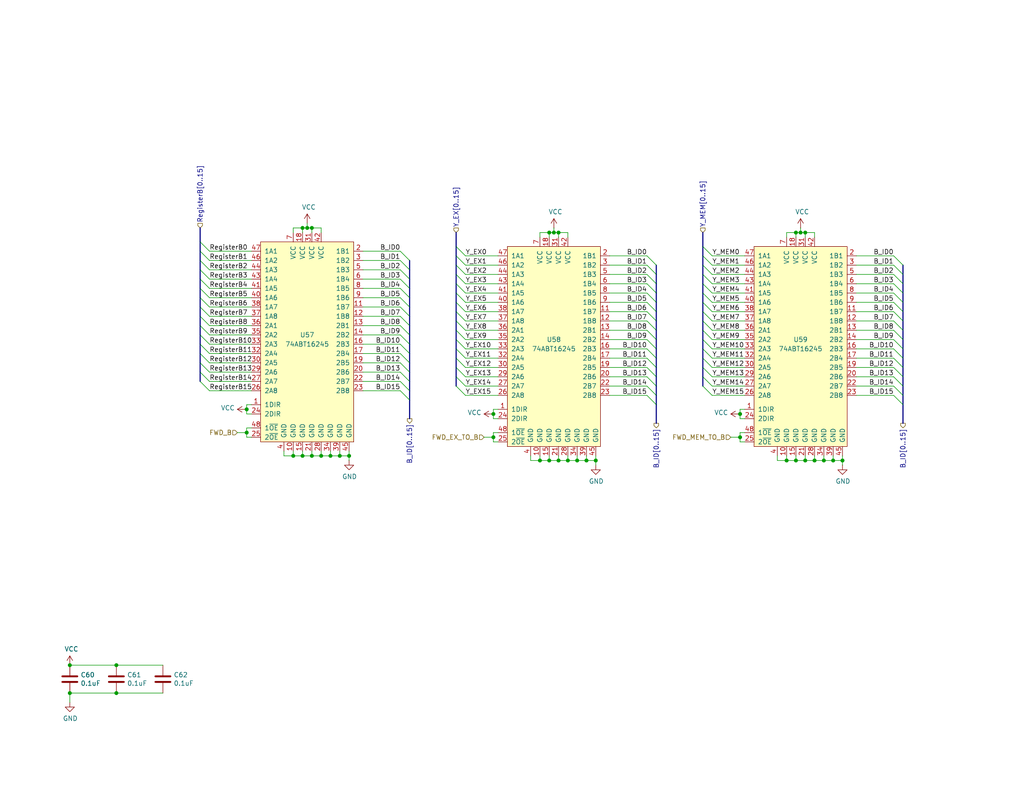
<source format=kicad_sch>
(kicad_sch (version 20250114) (generator "eeschema") (generator_version "9.0")
  (paper "USLetter")
  (title_block (date "2025-07-16") (rev "A"))
  (lib_symbols
    (symbol "Device:C" (pin_numbers (hide yes)) (pin_names (offset 0.254))
      (property "Reference" "C" (at 0.635 2.54 0))
      (property "Value" "C" (at 0.635 -2.54 0))
      (symbol "C_0_1"
        (polyline (pts (xy -2.032 0.762) (xy 2.032 0.762)) (stroke (width 0.508)))
        (polyline (pts (xy -2.032 -0.762) (xy 2.032 -0.762)) (stroke (width 0.508)))
      )
      (symbol "C_1_1"
        (pin passive line (at 0 3.81 270) (length 2.794) (name "~") (number "1"))
        (pin passive line (at 0 -3.81 90) (length 2.794) (name "~") (number "2"))
      )
    )
    (symbol "Turtle16:74ABT16245" (pin_names (offset 1.016))
      (property "Reference" "U" (at 0 1.27 0))
      (property "Value" "74ABT16245" (at 0 -1.27 0))
      (symbol "74ABT16245_0_1"
        (rectangle (start -12.7 26.67) (end 12.7 -27.94) (fill (type background)))
      )
      (symbol "74ABT16245_1_1"
        (pin tri_state line (at -15.24 24.13 0) (length 2.54) (name "1A1") (number "47"))
        (pin tri_state line (at -15.24 21.59 0) (length 2.54) (name "1A2") (number "46"))
        (pin tri_state line (at -15.24 19.05 0) (length 2.54) (name "1A3") (number "44"))
        (pin tri_state line (at -15.24 16.51 0) (length 2.54) (name "1A4") (number "43"))
        (pin tri_state line (at -15.24 13.97 0) (length 2.54) (name "1A5") (number "41"))
        (pin tri_state line (at -15.24 11.43 0) (length 2.54) (name "1A6") (number "40"))
        (pin tri_state line (at -15.24 8.89 0) (length 2.54) (name "1A7") (number "38"))
        (pin tri_state line (at -15.24 6.35 0) (length 2.54) (name "1A8") (number "37"))
        (pin tri_state line (at -15.24 3.81 0) (length 2.54) (name "2A1") (number "36"))
        (pin tri_state line (at -15.24 1.27 0) (length 2.54) (name "2A2") (number "35"))
        (pin tri_state line (at -15.24 -1.27 0) (length 2.54) (name "2A3") (number "33"))
        (pin tri_state line (at -15.24 -3.81 0) (length 2.54) (name "2A4") (number "32"))
        (pin tri_state line (at -15.24 -6.35 0) (length 2.54) (name "2A5") (number "30"))
        (pin tri_state line (at -15.24 -8.89 0) (length 2.54) (name "2A6") (number "29"))
        (pin tri_state line (at -15.24 -11.43 0) (length 2.54) (name "2A7") (number "27"))
        (pin tri_state line (at -15.24 -13.97 0) (length 2.54) (name "2A8") (number "26"))
        (pin input line (at -15.24 -17.78 0) (length 2.54) (name "1DIR") (number "1"))
        (pin input line (at -15.24 -20.32 0) (length 2.54) (name "2DIR") (number "24"))
        (pin input line (at -15.24 -24.13 0) (length 2.54) (name "1~{OE}") (number "48"))
        (pin input line (at -15.24 -26.67 0) (length 2.54) (name "2~{OE}") (number "25"))
        (pin power_in line (at -6.35 -30.48 90) (length 2.54) (name "GND") (number "4"))
        (pin power_in line (at -3.81 29.21 270) (length 2.54) (name "VCC") (number "7"))
        (pin power_in line (at -3.81 -30.48 90) (length 2.54) (name "GND") (number "10"))
        (pin power_in line (at -1.27 29.21 270) (length 2.54) (name "VCC") (number "18"))
        (pin power_in line (at -1.27 -30.48 90) (length 2.54) (name "GND") (number "15"))
        (pin power_in line (at 1.27 29.21 270) (length 2.54) (name "VCC") (number "31"))
        (pin power_in line (at 1.27 -30.48 90) (length 2.54) (name "GND") (number "21"))
        (pin power_in line (at 3.81 29.21 270) (length 2.54) (name "VCC") (number "42"))
        (pin power_in line (at 3.81 -30.48 90) (length 2.54) (name "GND") (number "28"))
        (pin power_in line (at 6.35 -30.48 90) (length 2.54) (name "GND") (number "34"))
        (pin power_in line (at 8.89 -30.48 90) (length 2.54) (name "GND") (number "39"))
        (pin power_in line (at 11.43 -30.48 90) (length 2.54) (name "GND") (number "45"))
        (pin tri_state line (at 15.24 24.13 180) (length 2.54) (name "1B1") (number "2"))
        (pin tri_state line (at 15.24 21.59 180) (length 2.54) (name "1B2") (number "3"))
        (pin tri_state line (at 15.24 19.05 180) (length 2.54) (name "1B3") (number "5"))
        (pin tri_state line (at 15.24 16.51 180) (length 2.54) (name "1B4") (number "6"))
        (pin tri_state line (at 15.24 13.97 180) (length 2.54) (name "1B5") (number "8"))
        (pin tri_state line (at 15.24 11.43 180) (length 2.54) (name "1B6") (number "9"))
        (pin tri_state line (at 15.24 8.89 180) (length 2.54) (name "1B7") (number "11"))
        (pin tri_state line (at 15.24 6.35 180) (length 2.54) (name "1B8") (number "12"))
        (pin tri_state line (at 15.24 3.81 180) (length 2.54) (name "2B1") (number "13"))
        (pin tri_state line (at 15.24 1.27 180) (length 2.54) (name "2B2") (number "14"))
        (pin tri_state line (at 15.24 -1.27 180) (length 2.54) (name "2B3") (number "16"))
        (pin tri_state line (at 15.24 -3.81 180) (length 2.54) (name "2B4") (number "17"))
        (pin tri_state line (at 15.24 -6.35 180) (length 2.54) (name "2B5") (number "19"))
        (pin tri_state line (at 15.24 -8.89 180) (length 2.54) (name "2B6") (number "20"))
        (pin tri_state line (at 15.24 -11.43 180) (length 2.54) (name "2B7") (number "22"))
        (pin tri_state line (at 15.24 -13.97 180) (length 2.54) (name "2B8") (number "23"))
      )
    )
    (symbol "power:GND" (power) (pin_numbers (hide yes)) (pin_names (offset 0) (hide yes))
      (property "Value" "GND" (at 0 -3.81 0))
      (symbol "GND_0_1"
        (polyline (pts (xy 0 0) (xy 0 -1.27) (xy 1.27 -1.27) (xy 0 -2.54) (xy -1.27 -1.27) (xy 0 -1.27)))
      )
      (symbol "GND_1_1"
        (pin power_in line (at 0 0 270) (length 0) (name "~") (number "1"))
      )
    )
    (symbol "power:VCC" (power) (pin_numbers (hide yes)) (pin_names (offset 0) (hide yes))
      (property "Value" "VCC" (at 0 3.556 0))
      (symbol "VCC_0_1"
        (polyline (pts (xy -0.762 1.27) (xy 0 2.54)))
        (polyline (pts (xy 0 2.54) (xy 0.762 1.27)))
        (polyline (pts (xy 0 0) (xy 0 2.54)))
      )
      (symbol "VCC_1_1"
        (pin power_in line (at 0 0 90) (length 0) (name "~") (number "1"))
      )
    )
  )
  (junction (at 67.31 118.11))
  (junction (at 222.25 125.73))
  (junction (at 31.75 189.23))
  (junction (at 229.87 125.73))
  (junction (at 147.32 125.73))
  (junction (at 85.09 124.46))
  (junction (at 157.48 125.73))
  (junction (at 80.01 124.46))
  (junction (at 95.25 124.46))
  (junction (at 152.4 125.73))
  (junction (at 154.94 125.73))
  (junction (at 217.17 63.5))
  (junction (at 149.86 63.5))
  (junction (at 214.63 125.73))
  (junction (at 151.13 63.5))
  (junction (at 219.71 125.73))
  (junction (at 224.79 125.73))
  (junction (at 90.17 124.46))
  (junction (at 201.93 113.03))
  (junction (at 92.71 124.46))
  (junction (at 149.86 125.73))
  (junction (at 217.17 125.73))
  (junction (at 67.31 111.76))
  (junction (at 162.56 125.73))
  (junction (at 82.55 124.46))
  (junction (at 82.55 62.23))
  (junction (at 201.93 119.38))
  (junction (at 134.62 113.03))
  (junction (at 218.44 63.5))
  (junction (at 134.62 119.38))
  (junction (at 219.71 63.5))
  (junction (at 85.09 62.23))
  (junction (at 87.63 124.46))
  (junction (at 31.75 181.61))
  (junction (at 19.05 181.61))
  (junction (at 227.33 125.73))
  (junction (at 152.4 63.5))
  (junction (at 83.82 62.23))
  (junction (at 19.05 189.23))
  (junction (at 160.02 125.73))
  (bus_entry (at 176.53 69.85) (size 2.54 2.54))
  (bus_entry (at 54.61 93.98) (size 2.54 2.54))
  (bus_entry (at 127 82.55) (size -2.54 -2.54))
  (bus_entry (at 54.61 68.58) (size 2.54 2.54))
  (bus_entry (at 109.22 106.68) (size 2.54 2.54))
  (bus_entry (at 54.61 99.06) (size 2.54 2.54))
  (bus_entry (at 243.84 74.93) (size 2.54 2.54))
  (bus_entry (at 194.31 77.47) (size -2.54 -2.54))
  (bus_entry (at 127 102.87) (size -2.54 -2.54))
  (bus_entry (at 176.53 90.17) (size 2.54 2.54))
  (bus_entry (at 243.84 87.63) (size 2.54 2.54))
  (bus_entry (at 243.84 69.85) (size 2.54 2.54))
  (bus_entry (at 194.31 74.93) (size -2.54 -2.54))
  (bus_entry (at 176.53 105.41) (size 2.54 2.54))
  (bus_entry (at 54.61 96.52) (size 2.54 2.54))
  (bus_entry (at 243.84 77.47) (size 2.54 2.54))
  (bus_entry (at 109.22 83.82) (size 2.54 2.54))
  (bus_entry (at 194.31 90.17) (size -2.54 -2.54))
  (bus_entry (at 127 85.09) (size -2.54 -2.54))
  (bus_entry (at 243.84 82.55) (size 2.54 2.54))
  (bus_entry (at 109.22 86.36) (size 2.54 2.54))
  (bus_entry (at 127 80.01) (size -2.54 -2.54))
  (bus_entry (at 194.31 85.09) (size -2.54 -2.54))
  (bus_entry (at 176.53 87.63) (size 2.54 2.54))
  (bus_entry (at 127 95.25) (size -2.54 -2.54))
  (bus_entry (at 109.22 71.12) (size 2.54 2.54))
  (bus_entry (at 54.61 71.12) (size 2.54 2.54))
  (bus_entry (at 243.84 95.25) (size 2.54 2.54))
  (bus_entry (at 194.31 87.63) (size -2.54 -2.54))
  (bus_entry (at 127 97.79) (size -2.54 -2.54))
  (bus_entry (at 194.31 95.25) (size -2.54 -2.54))
  (bus_entry (at 194.31 82.55) (size -2.54 -2.54))
  (bus_entry (at 127 92.71) (size -2.54 -2.54))
  (bus_entry (at 176.53 97.79) (size 2.54 2.54))
  (bus_entry (at 109.22 68.58) (size 2.54 2.54))
  (bus_entry (at 176.53 85.09) (size 2.54 2.54))
  (bus_entry (at 243.84 102.87) (size 2.54 2.54))
  (bus_entry (at 127 72.39) (size -2.54 -2.54))
  (bus_entry (at 243.84 97.79) (size 2.54 2.54))
  (bus_entry (at 127 69.85) (size -2.54 -2.54))
  (bus_entry (at 109.22 76.2) (size 2.54 2.54))
  (bus_entry (at 54.61 104.14) (size 2.54 2.54))
  (bus_entry (at 194.31 80.01) (size -2.54 -2.54))
  (bus_entry (at 109.22 78.74) (size 2.54 2.54))
  (bus_entry (at 243.84 107.95) (size 2.54 2.54))
  (bus_entry (at 243.84 72.39) (size 2.54 2.54))
  (bus_entry (at 194.31 107.95) (size -2.54 -2.54))
  (bus_entry (at 176.53 77.47) (size 2.54 2.54))
  (bus_entry (at 243.84 85.09) (size 2.54 2.54))
  (bus_entry (at 176.53 92.71) (size 2.54 2.54))
  (bus_entry (at 194.31 69.85) (size -2.54 -2.54))
  (bus_entry (at 194.31 100.33) (size -2.54 -2.54))
  (bus_entry (at 194.31 102.87) (size -2.54 -2.54))
  (bus_entry (at 127 77.47) (size -2.54 -2.54))
  (bus_entry (at 194.31 105.41) (size -2.54 -2.54))
  (bus_entry (at 109.22 93.98) (size 2.54 2.54))
  (bus_entry (at 109.22 101.6) (size 2.54 2.54))
  (bus_entry (at 109.22 73.66) (size 2.54 2.54))
  (bus_entry (at 243.84 92.71) (size 2.54 2.54))
  (bus_entry (at 176.53 95.25) (size 2.54 2.54))
  (bus_entry (at 194.31 97.79) (size -2.54 -2.54))
  (bus_entry (at 127 90.17) (size -2.54 -2.54))
  (bus_entry (at 109.22 81.28) (size 2.54 2.54))
  (bus_entry (at 54.61 78.74) (size 2.54 2.54))
  (bus_entry (at 54.61 91.44) (size 2.54 2.54))
  (bus_entry (at 176.53 107.95) (size 2.54 2.54))
  (bus_entry (at 176.53 80.01) (size 2.54 2.54))
  (bus_entry (at 176.53 82.55) (size 2.54 2.54))
  (bus_entry (at 194.31 92.71) (size -2.54 -2.54))
  (bus_entry (at 127 74.93) (size -2.54 -2.54))
  (bus_entry (at 109.22 96.52) (size 2.54 2.54))
  (bus_entry (at 243.84 90.17) (size 2.54 2.54))
  (bus_entry (at 54.61 83.82) (size 2.54 2.54))
  (bus_entry (at 127 100.33) (size -2.54 -2.54))
  (bus_entry (at 54.61 86.36) (size 2.54 2.54))
  (bus_entry (at 109.22 91.44) (size 2.54 2.54))
  (bus_entry (at 243.84 80.01) (size 2.54 2.54))
  (bus_entry (at 54.61 73.66) (size 2.54 2.54))
  (bus_entry (at 243.84 100.33) (size 2.54 2.54))
  (bus_entry (at 127 87.63) (size -2.54 -2.54))
  (bus_entry (at 176.53 74.93) (size 2.54 2.54))
  (bus_entry (at 109.22 99.06) (size 2.54 2.54))
  (bus_entry (at 109.22 104.14) (size 2.54 2.54))
  (bus_entry (at 127 105.41) (size -2.54 -2.54))
  (bus_entry (at 54.61 88.9) (size 2.54 2.54))
  (bus_entry (at 54.61 101.6) (size 2.54 2.54))
  (bus_entry (at 194.31 72.39) (size -2.54 -2.54))
  (bus_entry (at 176.53 100.33) (size 2.54 2.54))
  (bus_entry (at 109.22 88.9) (size 2.54 2.54))
  (bus_entry (at 127 107.95) (size -2.54 -2.54))
  (bus_entry (at 54.61 66.04) (size 2.54 2.54))
  (bus_entry (at 176.53 72.39) (size 2.54 2.54))
  (bus_entry (at 243.84 105.41) (size 2.54 2.54))
  (bus_entry (at 54.61 76.2) (size 2.54 2.54))
  (bus_entry (at 176.53 102.87) (size 2.54 2.54))
  (bus_entry (at 54.61 81.28) (size 2.54 2.54))
  (wire (pts (xy 134.62 111.76) (xy 134.62 113.03)))
  (wire (pts (xy 57.15 88.9) (xy 68.58 88.9)))
  (bus (pts (xy 179.07 74.93) (xy 179.07 77.47)))
  (bus (pts (xy 54.61 86.36) (xy 54.61 88.9)))
  (wire (pts (xy 44.45 189.23) (xy 31.75 189.23)))
  (wire (pts (xy 31.75 189.23) (xy 19.05 189.23)))
  (wire (pts (xy 201.93 119.38) (xy 199.39 119.38)))
  (wire (pts (xy 127 87.63) (xy 135.89 87.63)))
  (bus (pts (xy 111.76 93.98) (xy 111.76 96.52)))
  (wire (pts (xy 127 77.47) (xy 135.89 77.47)))
  (wire (pts (xy 217.17 124.46) (xy 217.17 125.73)))
  (wire (pts (xy 176.53 72.39) (xy 166.37 72.39)))
  (wire (pts (xy 135.89 118.11) (xy 134.62 118.11)))
  (wire (pts (xy 151.13 63.5) (xy 152.4 63.5)))
  (wire (pts (xy 149.86 124.46) (xy 149.86 125.73)))
  (wire (pts (xy 194.31 92.71) (xy 203.2 92.71)))
  (wire (pts (xy 162.56 127) (xy 162.56 125.73)))
  (wire (pts (xy 243.84 74.93) (xy 233.68 74.93)))
  (bus (pts (xy 124.46 87.63) (xy 124.46 90.17)))
  (bus (pts (xy 179.07 72.39) (xy 179.07 74.93)))
  (wire (pts (xy 229.87 127) (xy 229.87 125.73)))
  (bus (pts (xy 179.07 80.01) (xy 179.07 82.55)))
  (wire (pts (xy 214.63 124.46) (xy 214.63 125.73)))
  (bus (pts (xy 179.07 87.63) (xy 179.07 90.17)))
  (bus (pts (xy 124.46 92.71) (xy 124.46 95.25)))
  (bus (pts (xy 124.46 67.31) (xy 124.46 69.85)))
  (wire (pts (xy 109.22 101.6) (xy 99.06 101.6)))
  (wire (pts (xy 243.84 85.09) (xy 233.68 85.09)))
  (bus (pts (xy 179.07 97.79) (xy 179.07 100.33)))
  (wire (pts (xy 194.31 82.55) (xy 203.2 82.55)))
  (wire (pts (xy 68.58 110.49) (xy 67.31 110.49)))
  (bus (pts (xy 111.76 86.36) (xy 111.76 88.9)))
  (wire (pts (xy 95.25 124.46) (xy 95.25 123.19)))
  (wire (pts (xy 201.93 120.65) (xy 203.2 120.65)))
  (wire (pts (xy 243.84 72.39) (xy 233.68 72.39)))
  (wire (pts (xy 157.48 125.73) (xy 154.94 125.73)))
  (bus (pts (xy 246.38 105.41) (xy 246.38 107.95)))
  (wire (pts (xy 176.53 85.09) (xy 166.37 85.09)))
  (bus (pts (xy 179.07 100.33) (xy 179.07 102.87)))
  (bus (pts (xy 191.77 80.01) (xy 191.77 82.55)))
  (wire (pts (xy 90.17 124.46) (xy 87.63 124.46)))
  (wire (pts (xy 243.84 100.33) (xy 233.68 100.33)))
  (wire (pts (xy 80.01 124.46) (xy 82.55 124.46)))
  (wire (pts (xy 243.84 69.85) (xy 233.68 69.85)))
  (wire (pts (xy 218.44 62.23) (xy 218.44 63.5)))
  (wire (pts (xy 176.53 97.79) (xy 166.37 97.79)))
  (wire (pts (xy 82.55 63.5) (xy 82.55 62.23)))
  (bus (pts (xy 124.46 69.85) (xy 124.46 72.39)))
  (wire (pts (xy 109.22 73.66) (xy 99.06 73.66)))
  (wire (pts (xy 57.15 99.06) (xy 68.58 99.06)))
  (wire (pts (xy 154.94 63.5) (xy 154.94 64.77)))
  (wire (pts (xy 243.84 77.47) (xy 233.68 77.47)))
  (wire (pts (xy 57.15 68.58) (xy 68.58 68.58)))
  (wire (pts (xy 152.4 125.73) (xy 152.4 124.46)))
  (wire (pts (xy 82.55 124.46) (xy 85.09 124.46)))
  (wire (pts (xy 85.09 124.46) (xy 85.09 123.19)))
  (wire (pts (xy 160.02 125.73) (xy 162.56 125.73)))
  (wire (pts (xy 218.44 63.5) (xy 219.71 63.5)))
  (bus (pts (xy 191.77 69.85) (xy 191.77 72.39)))
  (wire (pts (xy 77.47 123.19) (xy 77.47 124.46)))
  (wire (pts (xy 176.53 87.63) (xy 166.37 87.63)))
  (wire (pts (xy 85.09 62.23) (xy 87.63 62.23)))
  (wire (pts (xy 127 90.17) (xy 135.89 90.17)))
  (wire (pts (xy 19.05 191.77) (xy 19.05 189.23)))
  (wire (pts (xy 154.94 125.73) (xy 154.94 124.46)))
  (wire (pts (xy 57.15 93.98) (xy 68.58 93.98)))
  (wire (pts (xy 217.17 125.73) (xy 219.71 125.73)))
  (bus (pts (xy 111.76 88.9) (xy 111.76 91.44)))
  (wire (pts (xy 83.82 62.23) (xy 85.09 62.23)))
  (wire (pts (xy 57.15 71.12) (xy 68.58 71.12)))
  (wire (pts (xy 127 72.39) (xy 135.89 72.39)))
  (wire (pts (xy 109.22 83.82) (xy 99.06 83.82)))
  (wire (pts (xy 194.31 74.93) (xy 203.2 74.93)))
  (bus (pts (xy 246.38 97.79) (xy 246.38 100.33)))
  (bus (pts (xy 111.76 83.82) (xy 111.76 86.36)))
  (wire (pts (xy 222.25 125.73) (xy 222.25 124.46)))
  (wire (pts (xy 201.93 119.38) (xy 201.93 120.65)))
  (wire (pts (xy 67.31 113.03) (xy 68.58 113.03)))
  (wire (pts (xy 67.31 118.11) (xy 67.31 119.38)))
  (wire (pts (xy 201.93 113.03) (xy 201.93 114.3)))
  (wire (pts (xy 134.62 120.65) (xy 135.89 120.65)))
  (wire (pts (xy 243.84 97.79) (xy 233.68 97.79)))
  (wire (pts (xy 201.93 111.76) (xy 201.93 113.03)))
  (bus (pts (xy 111.76 96.52) (xy 111.76 99.06)))
  (wire (pts (xy 83.82 60.96) (xy 83.82 62.23)))
  (wire (pts (xy 194.31 90.17) (xy 203.2 90.17)))
  (wire (pts (xy 134.62 114.3) (xy 135.89 114.3)))
  (wire (pts (xy 57.15 96.52) (xy 68.58 96.52)))
  (bus (pts (xy 246.38 110.49) (xy 246.38 115.57)))
  (wire (pts (xy 154.94 125.73) (xy 152.4 125.73)))
  (bus (pts (xy 54.61 88.9) (xy 54.61 91.44)))
  (wire (pts (xy 194.31 107.95) (xy 203.2 107.95)))
  (bus (pts (xy 246.38 92.71) (xy 246.38 95.25)))
  (wire (pts (xy 194.31 87.63) (xy 203.2 87.63)))
  (wire (pts (xy 127 74.93) (xy 135.89 74.93)))
  (wire (pts (xy 243.84 105.41) (xy 233.68 105.41)))
  (bus (pts (xy 124.46 63.5) (xy 124.46 67.31)))
  (wire (pts (xy 127 82.55) (xy 135.89 82.55)))
  (bus (pts (xy 124.46 80.01) (xy 124.46 82.55)))
  (wire (pts (xy 57.15 106.68) (xy 68.58 106.68)))
  (bus (pts (xy 54.61 81.28) (xy 54.61 83.82)))
  (wire (pts (xy 194.31 69.85) (xy 203.2 69.85)))
  (wire (pts (xy 127 80.01) (xy 135.89 80.01)))
  (wire (pts (xy 134.62 113.03) (xy 134.62 114.3)))
  (bus (pts (xy 111.76 109.22) (xy 111.76 114.3)))
  (bus (pts (xy 246.38 72.39) (xy 246.38 74.93)))
  (wire (pts (xy 67.31 111.76) (xy 67.31 113.03)))
  (wire (pts (xy 176.53 80.01) (xy 166.37 80.01)))
  (bus (pts (xy 246.38 95.25) (xy 246.38 97.79)))
  (bus (pts (xy 246.38 85.09) (xy 246.38 87.63)))
  (bus (pts (xy 179.07 95.25) (xy 179.07 97.79)))
  (wire (pts (xy 149.86 125.73) (xy 152.4 125.73)))
  (bus (pts (xy 54.61 62.23) (xy 54.61 66.04)))
  (wire (pts (xy 57.15 91.44) (xy 68.58 91.44)))
  (wire (pts (xy 57.15 101.6) (xy 68.58 101.6)))
  (bus (pts (xy 111.76 73.66) (xy 111.76 76.2)))
  (wire (pts (xy 194.31 100.33) (xy 203.2 100.33)))
  (wire (pts (xy 109.22 99.06) (xy 99.06 99.06)))
  (wire (pts (xy 109.22 81.28) (xy 99.06 81.28)))
  (bus (pts (xy 124.46 77.47) (xy 124.46 80.01)))
  (wire (pts (xy 147.32 63.5) (xy 149.86 63.5)))
  (wire (pts (xy 243.84 90.17) (xy 233.68 90.17)))
  (bus (pts (xy 111.76 91.44) (xy 111.76 93.98)))
  (wire (pts (xy 57.15 86.36) (xy 68.58 86.36)))
  (wire (pts (xy 176.53 90.17) (xy 166.37 90.17)))
  (bus (pts (xy 246.38 77.47) (xy 246.38 80.01)))
  (bus (pts (xy 191.77 67.31) (xy 191.77 69.85)))
  (bus (pts (xy 179.07 105.41) (xy 179.07 107.95)))
  (wire (pts (xy 109.22 76.2) (xy 99.06 76.2)))
  (bus (pts (xy 191.77 72.39) (xy 191.77 74.93)))
  (bus (pts (xy 54.61 96.52) (xy 54.61 99.06)))
  (bus (pts (xy 191.77 77.47) (xy 191.77 80.01)))
  (wire (pts (xy 109.22 86.36) (xy 99.06 86.36)))
  (wire (pts (xy 162.56 125.73) (xy 162.56 124.46)))
  (wire (pts (xy 176.53 82.55) (xy 166.37 82.55)))
  (wire (pts (xy 203.2 118.11) (xy 201.93 118.11)))
  (wire (pts (xy 243.84 82.55) (xy 233.68 82.55)))
  (bus (pts (xy 54.61 83.82) (xy 54.61 86.36)))
  (wire (pts (xy 201.93 114.3) (xy 203.2 114.3)))
  (wire (pts (xy 127 97.79) (xy 135.89 97.79)))
  (bus (pts (xy 246.38 90.17) (xy 246.38 92.71)))
  (wire (pts (xy 222.25 63.5) (xy 222.25 64.77)))
  (wire (pts (xy 147.32 125.73) (xy 149.86 125.73)))
  (wire (pts (xy 127 100.33) (xy 135.89 100.33)))
  (wire (pts (xy 109.22 93.98) (xy 99.06 93.98)))
  (wire (pts (xy 224.79 125.73) (xy 224.79 124.46)))
  (wire (pts (xy 157.48 125.73) (xy 160.02 125.73)))
  (bus (pts (xy 124.46 82.55) (xy 124.46 85.09)))
  (wire (pts (xy 147.32 64.77) (xy 147.32 63.5)))
  (wire (pts (xy 176.53 100.33) (xy 166.37 100.33)))
  (wire (pts (xy 135.89 111.76) (xy 134.62 111.76)))
  (wire (pts (xy 82.55 62.23) (xy 83.82 62.23)))
  (wire (pts (xy 77.47 124.46) (xy 80.01 124.46)))
  (wire (pts (xy 67.31 116.84) (xy 67.31 118.11)))
  (wire (pts (xy 176.53 92.71) (xy 166.37 92.71)))
  (wire (pts (xy 147.32 124.46) (xy 147.32 125.73)))
  (wire (pts (xy 127 92.71) (xy 135.89 92.71)))
  (wire (pts (xy 194.31 72.39) (xy 203.2 72.39)))
  (bus (pts (xy 124.46 102.87) (xy 124.46 105.41)))
  (wire (pts (xy 144.78 124.46) (xy 144.78 125.73)))
  (bus (pts (xy 246.38 80.01) (xy 246.38 82.55)))
  (wire (pts (xy 87.63 124.46) (xy 87.63 123.19)))
  (wire (pts (xy 92.71 124.46) (xy 92.71 123.19)))
  (wire (pts (xy 67.31 118.11) (xy 64.77 118.11)))
  (bus (pts (xy 111.76 106.68) (xy 111.76 109.22)))
  (wire (pts (xy 194.31 85.09) (xy 203.2 85.09)))
  (bus (pts (xy 111.76 71.12) (xy 111.76 73.66)))
  (bus (pts (xy 124.46 90.17) (xy 124.46 92.71)))
  (wire (pts (xy 57.15 104.14) (xy 68.58 104.14)))
  (wire (pts (xy 194.31 105.41) (xy 203.2 105.41)))
  (bus (pts (xy 246.38 74.93) (xy 246.38 77.47)))
  (bus (pts (xy 246.38 82.55) (xy 246.38 85.09)))
  (bus (pts (xy 124.46 74.93) (xy 124.46 77.47)))
  (bus (pts (xy 179.07 82.55) (xy 179.07 85.09)))
  (bus (pts (xy 111.76 99.06) (xy 111.76 101.6)))
  (wire (pts (xy 212.09 125.73) (xy 214.63 125.73)))
  (wire (pts (xy 176.53 69.85) (xy 166.37 69.85)))
  (wire (pts (xy 95.25 125.73) (xy 95.25 124.46)))
  (wire (pts (xy 227.33 125.73) (xy 227.33 124.46)))
  (wire (pts (xy 127 107.95) (xy 135.89 107.95)))
  (wire (pts (xy 144.78 125.73) (xy 147.32 125.73)))
  (bus (pts (xy 54.61 99.06) (xy 54.61 101.6)))
  (wire (pts (xy 57.15 78.74) (xy 68.58 78.74)))
  (wire (pts (xy 214.63 125.73) (xy 217.17 125.73)))
  (bus (pts (xy 111.76 76.2) (xy 111.76 78.74)))
  (wire (pts (xy 134.62 119.38) (xy 132.08 119.38)))
  (wire (pts (xy 134.62 118.11) (xy 134.62 119.38)))
  (bus (pts (xy 111.76 81.28) (xy 111.76 83.82)))
  (bus (pts (xy 191.77 102.87) (xy 191.77 105.41)))
  (bus (pts (xy 191.77 85.09) (xy 191.77 87.63)))
  (wire (pts (xy 176.53 95.25) (xy 166.37 95.25)))
  (wire (pts (xy 109.22 68.58) (xy 99.06 68.58)))
  (wire (pts (xy 152.4 64.77) (xy 152.4 63.5)))
  (bus (pts (xy 191.77 92.71) (xy 191.77 95.25)))
  (wire (pts (xy 194.31 102.87) (xy 203.2 102.87)))
  (bus (pts (xy 54.61 71.12) (xy 54.61 73.66)))
  (bus (pts (xy 54.61 66.04) (xy 54.61 68.58)))
  (wire (pts (xy 243.84 87.63) (xy 233.68 87.63)))
  (wire (pts (xy 176.53 107.95) (xy 166.37 107.95)))
  (wire (pts (xy 134.62 119.38) (xy 134.62 120.65)))
  (bus (pts (xy 54.61 91.44) (xy 54.61 93.98)))
  (bus (pts (xy 111.76 104.14) (xy 111.76 106.68)))
  (bus (pts (xy 191.77 100.33) (xy 191.77 102.87)))
  (bus (pts (xy 191.77 95.25) (xy 191.77 97.79)))
  (bus (pts (xy 54.61 93.98) (xy 54.61 96.52)))
  (bus (pts (xy 191.77 63.5) (xy 191.77 67.31)))
  (bus (pts (xy 179.07 102.87) (xy 179.07 105.41)))
  (bus (pts (xy 124.46 95.25) (xy 124.46 97.79)))
  (wire (pts (xy 67.31 110.49) (xy 67.31 111.76)))
  (wire (pts (xy 152.4 63.5) (xy 154.94 63.5)))
  (bus (pts (xy 179.07 92.71) (xy 179.07 95.25)))
  (wire (pts (xy 243.84 107.95) (xy 233.68 107.95)))
  (wire (pts (xy 243.84 95.25) (xy 233.68 95.25)))
  (bus (pts (xy 124.46 85.09) (xy 124.46 87.63)))
  (wire (pts (xy 194.31 77.47) (xy 203.2 77.47)))
  (bus (pts (xy 54.61 101.6) (xy 54.61 104.14)))
  (bus (pts (xy 246.38 107.95) (xy 246.38 110.49)))
  (bus (pts (xy 111.76 101.6) (xy 111.76 104.14)))
  (wire (pts (xy 67.31 119.38) (xy 68.58 119.38)))
  (wire (pts (xy 127 102.87) (xy 135.89 102.87)))
  (bus (pts (xy 246.38 100.33) (xy 246.38 102.87)))
  (wire (pts (xy 214.63 64.77) (xy 214.63 63.5)))
  (wire (pts (xy 87.63 124.46) (xy 85.09 124.46)))
  (wire (pts (xy 219.71 63.5) (xy 222.25 63.5)))
  (wire (pts (xy 227.33 125.73) (xy 229.87 125.73)))
  (wire (pts (xy 176.53 102.87) (xy 166.37 102.87)))
  (wire (pts (xy 57.15 76.2) (xy 68.58 76.2)))
  (wire (pts (xy 19.05 181.61) (xy 31.75 181.61)))
  (wire (pts (xy 151.13 62.23) (xy 151.13 63.5)))
  (wire (pts (xy 109.22 88.9) (xy 99.06 88.9)))
  (wire (pts (xy 194.31 97.79) (xy 203.2 97.79)))
  (wire (pts (xy 176.53 77.47) (xy 166.37 77.47)))
  (wire (pts (xy 194.31 80.01) (xy 203.2 80.01)))
  (wire (pts (xy 57.15 81.28) (xy 68.58 81.28)))
  (bus (pts (xy 124.46 72.39) (xy 124.46 74.93)))
  (wire (pts (xy 149.86 63.5) (xy 151.13 63.5)))
  (wire (pts (xy 92.71 124.46) (xy 95.25 124.46)))
  (wire (pts (xy 224.79 125.73) (xy 227.33 125.73)))
  (bus (pts (xy 191.77 74.93) (xy 191.77 77.47)))
  (bus (pts (xy 191.77 90.17) (xy 191.77 92.71)))
  (wire (pts (xy 80.01 62.23) (xy 82.55 62.23)))
  (wire (pts (xy 109.22 91.44) (xy 99.06 91.44)))
  (wire (pts (xy 82.55 123.19) (xy 82.55 124.46)))
  (wire (pts (xy 149.86 64.77) (xy 149.86 63.5)))
  (wire (pts (xy 219.71 125.73) (xy 219.71 124.46)))
  (wire (pts (xy 85.09 63.5) (xy 85.09 62.23)))
  (wire (pts (xy 127 69.85) (xy 135.89 69.85)))
  (wire (pts (xy 217.17 64.77) (xy 217.17 63.5)))
  (wire (pts (xy 109.22 71.12) (xy 99.06 71.12)))
  (wire (pts (xy 224.79 125.73) (xy 222.25 125.73)))
  (wire (pts (xy 243.84 92.71) (xy 233.68 92.71)))
  (bus (pts (xy 246.38 87.63) (xy 246.38 90.17)))
  (wire (pts (xy 222.25 125.73) (xy 219.71 125.73)))
  (wire (pts (xy 127 85.09) (xy 135.89 85.09)))
  (bus (pts (xy 124.46 100.33) (xy 124.46 102.87)))
  (bus (pts (xy 246.38 102.87) (xy 246.38 105.41)))
  (wire (pts (xy 176.53 74.93) (xy 166.37 74.93)))
  (wire (pts (xy 160.02 125.73) (xy 160.02 124.46)))
  (wire (pts (xy 203.2 111.76) (xy 201.93 111.76)))
  (bus (pts (xy 124.46 97.79) (xy 124.46 100.33)))
  (bus (pts (xy 179.07 90.17) (xy 179.07 92.71)))
  (wire (pts (xy 219.71 64.77) (xy 219.71 63.5)))
  (wire (pts (xy 201.93 118.11) (xy 201.93 119.38)))
  (wire (pts (xy 109.22 104.14) (xy 99.06 104.14)))
  (wire (pts (xy 127 105.41) (xy 135.89 105.41)))
  (wire (pts (xy 68.58 116.84) (xy 67.31 116.84)))
  (bus (pts (xy 111.76 78.74) (xy 111.76 81.28)))
  (wire (pts (xy 31.75 181.61) (xy 44.45 181.61)))
  (bus (pts (xy 54.61 78.74) (xy 54.61 81.28)))
  (wire (pts (xy 90.17 124.46) (xy 90.17 123.19)))
  (bus (pts (xy 54.61 76.2) (xy 54.61 78.74)))
  (bus (pts (xy 54.61 68.58) (xy 54.61 71.12)))
  (wire (pts (xy 109.22 78.74) (xy 99.06 78.74)))
  (wire (pts (xy 80.01 123.19) (xy 80.01 124.46)))
  (bus (pts (xy 179.07 110.49) (xy 179.07 115.57)))
  (wire (pts (xy 157.48 125.73) (xy 157.48 124.46)))
  (bus (pts (xy 191.77 87.63) (xy 191.77 90.17)))
  (bus (pts (xy 179.07 77.47) (xy 179.07 80.01)))
  (wire (pts (xy 90.17 124.46) (xy 92.71 124.46)))
  (wire (pts (xy 80.01 63.5) (xy 80.01 62.23)))
  (bus (pts (xy 54.61 73.66) (xy 54.61 76.2)))
  (wire (pts (xy 57.15 83.82) (xy 68.58 83.82)))
  (wire (pts (xy 57.15 73.66) (xy 68.58 73.66)))
  (bus (pts (xy 191.77 82.55) (xy 191.77 85.09)))
  (wire (pts (xy 109.22 96.52) (xy 99.06 96.52)))
  (bus (pts (xy 191.77 97.79) (xy 191.77 100.33)))
  (wire (pts (xy 243.84 102.87) (xy 233.68 102.87)))
  (wire (pts (xy 212.09 124.46) (xy 212.09 125.73)))
  (wire (pts (xy 217.17 63.5) (xy 218.44 63.5)))
  (wire (pts (xy 194.31 95.25) (xy 203.2 95.25)))
  (wire (pts (xy 109.22 106.68) (xy 99.06 106.68)))
  (wire (pts (xy 127 95.25) (xy 135.89 95.25)))
  (bus (pts (xy 179.07 107.95) (xy 179.07 110.49)))
  (wire (pts (xy 176.53 105.41) (xy 166.37 105.41)))
  (bus (pts (xy 179.07 85.09) (xy 179.07 87.63)))
  (wire (pts (xy 87.63 62.23) (xy 87.63 63.5)))
  (wire (pts (xy 214.63 63.5) (xy 217.17 63.5)))
  (wire (pts (xy 243.84 80.01) (xy 233.68 80.01)))
  (wire (pts (xy 229.87 125.73) (xy 229.87 124.46)))
  (label "Y_MEM11" (at 194.31 97.79 0))
  (label "B_ID15" (at 243.84 107.95 180))
  (label "Y_EX1" (at 127 72.39 0))
  (label "Y_MEM15" (at 194.31 107.95 0))
  (label "B_ID2" (at 176.53 74.93 180))
  (label "Y_EX12" (at 127 100.33 0))
  (label "Y_MEM3" (at 194.31 77.47 0))
  (label "Y_MEM0" (at 194.31 69.85 0))
  (label "B_ID5" (at 243.84 82.55 180))
  (label "Y_MEM2" (at 194.31 74.93 0))
  (label "RegisterB11" (at 57.15 96.52 0))
  (label "Y_EX9" (at 127 92.71 0))
  (label "Y_MEM8" (at 194.31 90.17 0))
  (label "B_ID9" (at 109.22 91.44 180))
  (label "RegisterB1" (at 57.15 71.12 0))
  (label "RegisterB13" (at 57.15 101.6 0))
  (label "B_ID4" (at 176.53 80.01 180))
  (label "B_ID6" (at 176.53 85.09 180))
  (label "Y_MEM4" (at 194.31 80.01 0))
  (label "B_ID14" (at 176.53 105.41 180))
  (label "Y_EX15" (at 127 107.95 0))
  (label "RegisterB2" (at 57.15 73.66 0))
  (label "B_ID9" (at 243.84 92.71 180))
  (label "RegisterB15" (at 57.15 106.68 0))
  (label "B_ID14" (at 109.22 104.14 180))
  (label "RegisterB7" (at 57.15 86.36 0))
  (label "B_ID11" (at 109.22 96.52 180))
  (label "B_ID9" (at 176.53 92.71 180))
  (label "B_ID12" (at 109.22 99.06 180))
  (label "B_ID3" (at 109.22 76.2 180))
  (label "B_ID10" (at 176.53 95.25 180))
  (label "RegisterB10" (at 57.15 93.98 0))
  (label "Y_EX10" (at 127 95.25 0))
  (label "B_ID12" (at 176.53 100.33 180))
  (label "Y_EX14" (at 127 105.41 0))
  (label "B_ID8" (at 109.22 88.9 180))
  (label "Y_EX0" (at 127 69.85 0))
  (label "Y_MEM6" (at 194.31 85.09 0))
  (label "B_ID13" (at 243.84 102.87 180))
  (label "Y_MEM7" (at 194.31 87.63 0))
  (label "B_ID7" (at 176.53 87.63 180))
  (label "Y_EX8" (at 127 90.17 0))
  (label "Y_EX13" (at 127 102.87 0))
  (label "B_ID4" (at 243.84 80.01 180))
  (label "B_ID15" (at 109.22 106.68 180))
  (label "B_ID1" (at 109.22 71.12 180))
  (label "Y_MEM1" (at 194.31 72.39 0))
  (label "B_ID13" (at 109.22 101.6 180))
  (label "RegisterB5" (at 57.15 81.28 0))
  (label "B_ID5" (at 176.53 82.55 180))
  (label "B_ID6" (at 243.84 85.09 180))
  (label "RegisterB14" (at 57.15 104.14 0))
  (label "B_ID10" (at 243.84 95.25 180))
  (label "RegisterB3" (at 57.15 76.2 0))
  (label "B_ID8" (at 176.53 90.17 180))
  (label "Y_MEM10" (at 194.31 95.25 0))
  (label "B_ID15" (at 176.53 107.95 180))
  (label "Y_MEM5" (at 194.31 82.55 0))
  (label "Y_MEM12" (at 194.31 100.33 0))
  (label "B_ID4" (at 109.22 78.74 180))
  (label "B_ID10" (at 109.22 93.98 180))
  (label "Y_EX2" (at 127 74.93 0))
  (label "Y_EX7" (at 127 87.63 0))
  (label "B_ID11" (at 176.53 97.79 180))
  (label "B_ID14" (at 243.84 105.41 180))
  (label "B_ID0" (at 176.53 69.85 180))
  (label "B_ID12" (at 243.84 100.33 180))
  (label "RegisterB0" (at 57.15 68.58 0))
  (label "RegisterB4" (at 57.15 78.74 0))
  (label "RegisterB9" (at 57.15 91.44 0))
  (label "B_ID8" (at 243.84 90.17 180))
  (label "Y_EX4" (at 127 80.01 0))
  (label "Y_EX3" (at 127 77.47 0))
  (label "B_ID1" (at 176.53 72.39 180))
  (label "B_ID0" (at 243.84 69.85 180))
  (label "RegisterB12" (at 57.15 99.06 0))
  (label "B_ID2" (at 109.22 73.66 180))
  (label "Y_MEM13" (at 194.31 102.87 0))
  (label "Y_EX6" (at 127 85.09 0))
  (label "B_ID2" (at 243.84 74.93 180))
  (label "B_ID7" (at 243.84 87.63 180))
  (label "B_ID6" (at 109.22 83.82 180))
  (label "B_ID1" (at 243.84 72.39 180))
  (label "B_ID3" (at 243.84 77.47 180))
  (label "B_ID7" (at 109.22 86.36 180))
  (label "Y_EX5" (at 127 82.55 0))
  (label "B_ID5" (at 109.22 81.28 180))
  (label "Y_EX11" (at 127 97.79 0))
  (label "Y_MEM14" (at 194.31 105.41 0))
  (label "B_ID11" (at 243.84 97.79 180))
  (label "RegisterB6" (at 57.15 83.82 0))
  (label "RegisterB8" (at 57.15 88.9 0))
  (label "B_ID13" (at 176.53 102.87 180))
  (label "B_ID0" (at 109.22 68.58 180))
  (label "Y_MEM9" (at 194.31 92.71 0))
  (label "B_ID3" (at 176.53 77.47 180))
  (hierarchical_label "FWD_B" (shape input) (at 64.77 118.11 180))
  (hierarchical_label "RegisterB[0..15]" (shape input) (at 54.61 62.23 90))
  (hierarchical_label "FWD_EX_TO_B" (shape input) (at 132.08 119.38 180))
  (hierarchical_label "Y_MEM[0..15]" (shape input) (at 191.77 63.5 90))
  (hierarchical_label "B_ID[0..15]" (shape output) (at 246.38 115.57 270))
  (hierarchical_label "B_ID[0..15]" (shape output) (at 111.76 114.3 270))
  (hierarchical_label "B_ID[0..15]" (shape output) (at 179.07 115.57 270))
  (hierarchical_label "Y_EX[0..15]" (shape input) (at 124.46 63.5 90))
  (hierarchical_label "FWD_MEM_TO_B" (shape input) (at 199.39 119.38 180))
  (symbol (lib_id "Device:C") (at 31.75 185.42 0) (unit 1)
    (property "Reference" "C61" (at 34.671 184.2516 0) (effects (justify left)))
    (property "Value" "0.1uF" (at 34.671 186.563 0) (effects (justify left)))
    (property "Footprint" "Capacitor_SMD:C_0603_1608Metric" (effects (hide yes)))
    (property "Datasheet" "https://www.mouser.com/datasheet/2/396/taiyo_yuden_12132018_mlcc11_hq_e-1510082.pdf" (effects (hide yes)))
    (property "Manufacturer" "Taiyo Yuden" (effects (hide yes)))
    (property "Manufacturer#" "EMK107B7104KAHT" (effects (hide yes)))
    (property "Mouser#" "963-EMK107B7104KAHT" (effects (hide yes)))
    (property "Digikey#" "587-6004-1-ND" (effects (hide yes)))
  )
  (symbol (lib_id "power:VCC") (at 19.05 181.61 0) (unit 1)
    (property "Reference" "#PWR0359" (effects (hide yes)))
    (property "Value" "VCC" (at 19.4818 177.2158 0))
    (property "Description" "Power symbol creates a global label with name \"VCC\"" (effects (hide yes)))
  )
  (symbol (lib_id "power:GND") (at 19.05 191.77 0) (unit 1)
    (property "Reference" "#PWR0360" (effects (hide yes)))
    (property "Value" "GND" (at 19.177 196.1642 0))
    (property "Description" "Power symbol creates a global label with name \"GND\" , ground" (effects (hide yes)))
  )
  (symbol (lib_id "Device:C") (at 44.45 185.42 0) (unit 1)
    (property "Reference" "C62" (at 47.371 184.2516 0) (effects (justify left)))
    (property "Value" "0.1uF" (at 47.371 186.563 0) (effects (justify left)))
    (property "Footprint" "Capacitor_SMD:C_0603_1608Metric" (effects (hide yes)))
    (property "Datasheet" "https://www.mouser.com/datasheet/2/396/taiyo_yuden_12132018_mlcc11_hq_e-1510082.pdf" (effects (hide yes)))
    (property "Manufacturer" "Taiyo Yuden" (effects (hide yes)))
    (property "Manufacturer#" "EMK107B7104KAHT" (effects (hide yes)))
    (property "Mouser#" "963-EMK107B7104KAHT" (effects (hide yes)))
    (property "Digikey#" "587-6004-1-ND" (effects (hide yes)))
  )
  (symbol (lib_id "power:VCC") (at 83.82 60.96 0) (unit 1)
    (property "Reference" "#PWR0362" (effects (hide yes)))
    (property "Value" "VCC" (at 84.2518 56.5658 0))
    (property "Description" "Power symbol creates a global label with name \"VCC\"" (effects (hide yes)))
  )
  (symbol (lib_id "power:GND") (at 95.25 125.73 0) (unit 1)
    (property "Reference" "#PWR0363" (effects (hide yes)))
    (property "Value" "GND" (at 95.377 130.1242 0))
    (property "Description" "Power symbol creates a global label with name \"GND\" , ground" (effects (hide yes)))
  )
  (symbol (lib_id "Turtle16:74ABT16245") (at 83.82 92.71 0) (unit 1)
    (property "Reference" "U57" (at 83.82 91.44 0))
    (property "Value" "74ABT16245" (at 83.82 93.98 0))
    (property "Footprint" "Package_SO:TSSOP-48_6.1x12.5mm_P0.5mm" (effects (hide yes)))
    (property "Datasheet" "https://www.ti.com/general/docs/suppproductinfo.tsp?distId=26&gotoUrl=https://www.ti.com/lit/gpn/sn74abth16245" (effects (hide yes)))
    (property "Manufacturer" "Texas Instruments" (effects (hide yes)))
    (property "Manufacturer#" "SN74ABTH16245DGGR" (effects (hide yes)))
    (property "Mouser#" "595-SNABTH16245DGGR" (effects (hide yes)))
    (property "Digikey#" "296-4124-1-ND" (effects (hide yes)))
  )
  (symbol (lib_id "Turtle16:74ABT16245") (at 151.13 93.98 0) (unit 1)
    (property "Reference" "U58" (at 151.13 92.71 0))
    (property "Value" "74ABT16245" (at 151.13 95.25 0))
    (property "Footprint" "Package_SO:TSSOP-48_6.1x12.5mm_P0.5mm" (effects (hide yes)))
    (property "Datasheet" "https://www.ti.com/general/docs/suppproductinfo.tsp?distId=26&gotoUrl=https://www.ti.com/lit/gpn/sn74abth16245" (effects (hide yes)))
    (property "Manufacturer" "Texas Instruments" (effects (hide yes)))
    (property "Manufacturer#" "SN74ABTH16245DGGR" (effects (hide yes)))
    (property "Mouser#" "595-SNABTH16245DGGR" (effects (hide yes)))
    (property "Digikey#" "296-4124-1-ND" (effects (hide yes)))
  )
  (symbol (lib_id "power:VCC") (at 134.62 113.03 90) (unit 1)
    (property "Reference" "#PWR0364" (effects (hide yes)))
    (property "Value" "VCC" (at 131.3942 112.649 90) (effects (justify left)))
    (property "Description" "Power symbol creates a global label with name \"VCC\"" (effects (hide yes)))
  )
  (symbol (lib_id "power:GND") (at 162.56 127 0) (unit 1)
    (property "Reference" "#PWR0366" (effects (hide yes)))
    (property "Value" "GND" (at 162.687 131.3942 0))
    (property "Description" "Power symbol creates a global label with name \"GND\" , ground" (effects (hide yes)))
  )
  (symbol (lib_id "power:VCC") (at 151.13 62.23 0) (unit 1)
    (property "Reference" "#PWR0365" (effects (hide yes)))
    (property "Value" "VCC" (at 151.5618 57.8358 0))
    (property "Description" "Power symbol creates a global label with name \"VCC\"" (effects (hide yes)))
  )
  (symbol (lib_id "Turtle16:74ABT16245") (at 218.44 93.98 0) (unit 1)
    (property "Reference" "U59" (at 218.44 92.71 0))
    (property "Value" "74ABT16245" (at 218.44 95.25 0))
    (property "Footprint" "Package_SO:TSSOP-48_6.1x12.5mm_P0.5mm" (effects (hide yes)))
    (property "Datasheet" "https://www.ti.com/general/docs/suppproductinfo.tsp?distId=26&gotoUrl=https://www.ti.com/lit/gpn/sn74abth16245" (effects (hide yes)))
    (property "Manufacturer" "Texas Instruments" (effects (hide yes)))
    (property "Manufacturer#" "SN74ABTH16245DGGR" (effects (hide yes)))
    (property "Mouser#" "595-SNABTH16245DGGR" (effects (hide yes)))
    (property "Digikey#" "296-4124-1-ND" (effects (hide yes)))
  )
  (symbol (lib_id "power:VCC") (at 201.93 113.03 90) (unit 1)
    (property "Reference" "#PWR0367" (effects (hide yes)))
    (property "Value" "VCC" (at 198.7042 112.649 90) (effects (justify left)))
    (property "Description" "Power symbol creates a global label with name \"VCC\"" (effects (hide yes)))
  )
  (symbol (lib_id "Device:C") (at 19.05 185.42 0) (unit 1)
    (property "Reference" "C60" (at 21.971 184.2516 0) (effects (justify left)))
    (property "Value" "0.1uF" (at 21.971 186.563 0) (effects (justify left)))
    (property "Footprint" "Capacitor_SMD:C_0603_1608Metric" (effects (hide yes)))
    (property "Datasheet" "https://www.mouser.com/datasheet/2/396/taiyo_yuden_12132018_mlcc11_hq_e-1510082.pdf" (effects (hide yes)))
    (property "Manufacturer" "Taiyo Yuden" (effects (hide yes)))
    (property "Manufacturer#" "EMK107B7104KAHT" (effects (hide yes)))
    (property "Mouser#" "963-EMK107B7104KAHT" (effects (hide yes)))
    (property "Digikey#" "587-6004-1-ND" (effects (hide yes)))
  )
  (symbol (lib_id "power:VCC") (at 67.31 111.76 90) (unit 1)
    (property "Reference" "#PWR0361" (effects (hide yes)))
    (property "Value" "VCC" (at 64.0842 111.379 90) (effects (justify left)))
    (property "Description" "Power symbol creates a global label with name \"VCC\"" (effects (hide yes)))
  )
  (symbol (lib_id "power:GND") (at 229.87 127 0) (unit 1)
    (property "Reference" "#PWR0369" (effects (hide yes)))
    (property "Value" "GND" (at 229.997 131.3942 0))
    (property "Description" "Power symbol creates a global label with name \"GND\" , ground" (effects (hide yes)))
  )
  (symbol (lib_id "power:VCC") (at 218.44 62.23 0) (unit 1)
    (property "Reference" "#PWR0368" (effects (hide yes)))
    (property "Value" "VCC" (at 218.8718 57.8358 0))
    (property "Description" "Power symbol creates a global label with name \"VCC\"" (effects (hide yes)))
  )
)
</source>
